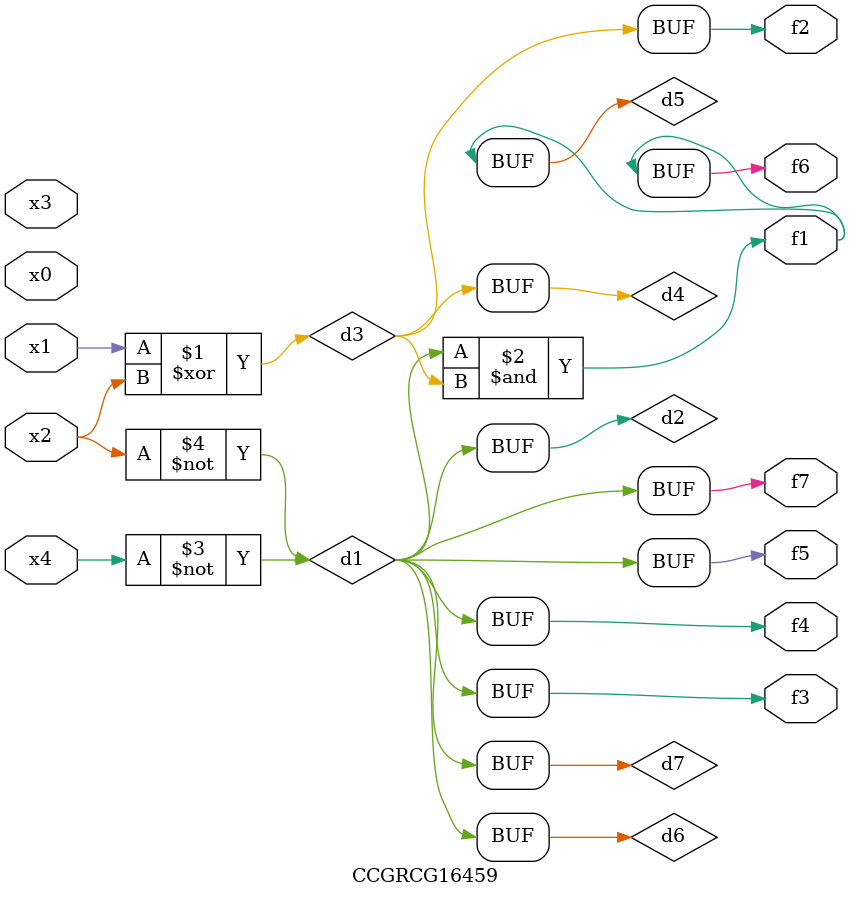
<source format=v>
module CCGRCG16459(
	input x0, x1, x2, x3, x4,
	output f1, f2, f3, f4, f5, f6, f7
);

	wire d1, d2, d3, d4, d5, d6, d7;

	not (d1, x4);
	not (d2, x2);
	xor (d3, x1, x2);
	buf (d4, d3);
	and (d5, d1, d3);
	buf (d6, d1, d2);
	buf (d7, d2);
	assign f1 = d5;
	assign f2 = d4;
	assign f3 = d7;
	assign f4 = d7;
	assign f5 = d7;
	assign f6 = d5;
	assign f7 = d7;
endmodule

</source>
